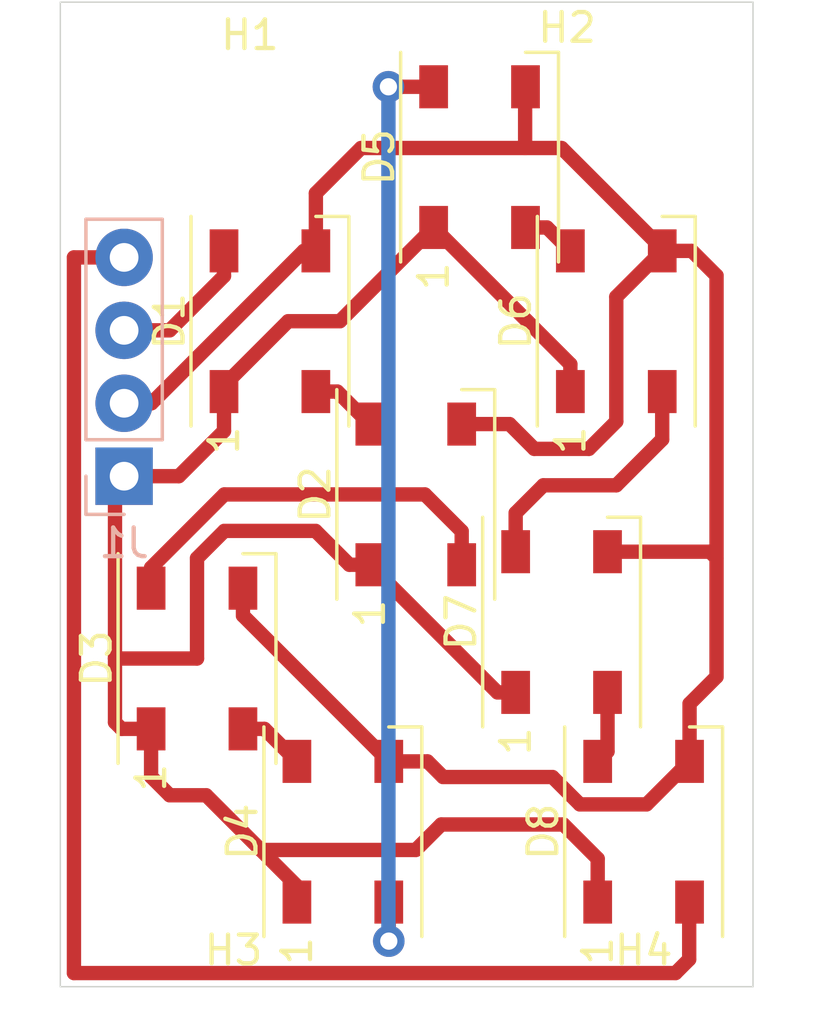
<source format=kicad_pcb>
(kicad_pcb (version 20171130) (host pcbnew "(5.1.8)-1")

  (general
    (thickness 1.6)
    (drawings 9)
    (tracks 98)
    (zones 0)
    (modules 13)
    (nets 12)
  )

  (page A4 portrait)
  (layers
    (0 F.Cu signal)
    (31 B.Cu signal)
    (32 B.Adhes user)
    (33 F.Adhes user)
    (34 B.Paste user)
    (35 F.Paste user)
    (36 B.SilkS user)
    (37 F.SilkS user)
    (38 B.Mask user)
    (39 F.Mask user)
    (40 Dwgs.User user)
    (41 Cmts.User user)
    (42 Eco1.User user)
    (43 Eco2.User user)
    (44 Edge.Cuts user)
    (45 Margin user)
    (46 B.CrtYd user)
    (47 F.CrtYd user)
    (48 B.Fab user)
    (49 F.Fab user)
  )

  (setup
    (last_trace_width 0.5)
    (user_trace_width 0.5)
    (trace_clearance 0.2)
    (zone_clearance 0.508)
    (zone_45_only no)
    (trace_min 0.2)
    (via_size 0.8)
    (via_drill 0.4)
    (via_min_size 0.4)
    (via_min_drill 0.3)
    (user_via 0.9 0.4)
    (user_via 1.1 0.6)
    (uvia_size 0.3)
    (uvia_drill 0.1)
    (uvias_allowed no)
    (uvia_min_size 0.2)
    (uvia_min_drill 0.1)
    (edge_width 0.05)
    (segment_width 0.2)
    (pcb_text_width 0.3)
    (pcb_text_size 1.5 1.5)
    (mod_edge_width 0.12)
    (mod_text_size 1 1)
    (mod_text_width 0.15)
    (pad_size 2 2)
    (pad_drill 1)
    (pad_to_mask_clearance 0)
    (aux_axis_origin 0 0)
    (visible_elements 7FFFFFFF)
    (pcbplotparams
      (layerselection 0x00000_7fffffff)
      (usegerberextensions false)
      (usegerberattributes true)
      (usegerberadvancedattributes true)
      (creategerberjobfile true)
      (excludeedgelayer true)
      (linewidth 0.100000)
      (plotframeref false)
      (viasonmask false)
      (mode 1)
      (useauxorigin false)
      (hpglpennumber 1)
      (hpglpenspeed 20)
      (hpglpendiameter 15.000000)
      (psnegative true)
      (psa4output false)
      (plotreference true)
      (plotvalue true)
      (plotinvisibletext false)
      (padsonsilk false)
      (subtractmaskfromsilk false)
      (outputformat 4)
      (mirror true)
      (drillshape 1)
      (scaleselection 1)
      (outputdirectory "pdf/"))
  )

  (net 0 "")
  (net 1 GND)
  (net 2 /IN)
  (net 3 "Net-(D1-Pad2)")
  (net 4 VCC)
  (net 5 "Net-(D2-Pad2)")
  (net 6 "Net-(D3-Pad2)")
  (net 7 "Net-(D4-Pad2)")
  (net 8 "Net-(D5-Pad2)")
  (net 9 "Net-(D6-Pad2)")
  (net 10 /OUT)
  (net 11 "Net-(D7-Pad2)")

  (net_class Default "This is the default net class."
    (clearance 0.2)
    (trace_width 0.25)
    (via_dia 0.8)
    (via_drill 0.4)
    (uvia_dia 0.3)
    (uvia_drill 0.1)
    (add_net /IN)
    (add_net /OUT)
    (add_net GND)
    (add_net "Net-(D1-Pad2)")
    (add_net "Net-(D2-Pad2)")
    (add_net "Net-(D3-Pad2)")
    (add_net "Net-(D4-Pad2)")
    (add_net "Net-(D5-Pad2)")
    (add_net "Net-(D6-Pad2)")
    (add_net "Net-(D7-Pad2)")
    (add_net VCC)
  )

  (module MountingHole:MountingHole_2.5mm (layer F.Cu) (tedit 56D1B4CB) (tstamp 60907357)
    (at 54.229 56.642)
    (descr "Mounting Hole 2.5mm, no annular")
    (tags "mounting hole 2.5mm no annular")
    (path /60913487)
    (attr virtual)
    (fp_text reference H4 (at 4.191 1.778) (layer F.SilkS)
      (effects (font (size 1 1) (thickness 0.15)))
    )
    (fp_text value MountingHole (at 0 3.5) (layer F.Fab)
      (effects (font (size 1 1) (thickness 0.15)))
    )
    (fp_circle (center 0 0) (end 2.5 0) (layer Cmts.User) (width 0.15))
    (fp_circle (center 0 0) (end 2.75 0) (layer F.CrtYd) (width 0.05))
    (fp_text user %R (at 0.3 0) (layer F.Fab)
      (effects (font (size 1 1) (thickness 0.15)))
    )
    (pad 1 np_thru_hole circle (at 0 0) (size 2.5 2.5) (drill 2.5) (layers *.Cu *.Mask))
  )

  (module MountingHole:MountingHole_2.5mm (layer F.Cu) (tedit 56D1B4CB) (tstamp 6090734F)
    (at 41.148 56.642)
    (descr "Mounting Hole 2.5mm, no annular")
    (tags "mounting hole 2.5mm no annular")
    (path /60912F74)
    (attr virtual)
    (fp_text reference H3 (at 2.9845 1.778) (layer F.SilkS)
      (effects (font (size 1 1) (thickness 0.15)))
    )
    (fp_text value MountingHole (at 0 3.5) (layer F.Fab)
      (effects (font (size 1 1) (thickness 0.15)))
    )
    (fp_circle (center 0 0) (end 2.5 0) (layer Cmts.User) (width 0.15))
    (fp_circle (center 0 0) (end 2.75 0) (layer F.CrtYd) (width 0.05))
    (fp_text user %R (at 0.3 0) (layer F.Fab)
      (effects (font (size 1 1) (thickness 0.15)))
    )
    (pad 1 np_thru_hole circle (at 0 0) (size 2.5 2.5) (drill 2.5) (layers *.Cu *.Mask))
  )

  (module MountingHole:MountingHole_2.5mm (layer F.Cu) (tedit 56D1B4CB) (tstamp 60907347)
    (at 59.182 28.448)
    (descr "Mounting Hole 2.5mm, no annular")
    (tags "mounting hole 2.5mm no annular")
    (path /60912A57)
    (attr virtual)
    (fp_text reference H2 (at -3.429 -2.159) (layer F.SilkS)
      (effects (font (size 1 1) (thickness 0.15)))
    )
    (fp_text value MountingHole (at 0 3.5) (layer F.Fab)
      (effects (font (size 1 1) (thickness 0.15)))
    )
    (fp_circle (center 0 0) (end 2.5 0) (layer Cmts.User) (width 0.15))
    (fp_circle (center 0 0) (end 2.75 0) (layer F.CrtYd) (width 0.05))
    (fp_text user %R (at 0.3 0) (layer F.Fab)
      (effects (font (size 1 1) (thickness 0.15)))
    )
    (pad 1 np_thru_hole circle (at 0 0) (size 2.5 2.5) (drill 2.5) (layers *.Cu *.Mask))
  )

  (module MountingHole:MountingHole_2.5mm (layer F.Cu) (tedit 56D1B4CB) (tstamp 6090733F)
    (at 41.148 28.448)
    (descr "Mounting Hole 2.5mm, no annular")
    (tags "mounting hole 2.5mm no annular")
    (path /60911956)
    (attr virtual)
    (fp_text reference H1 (at 3.556 -1.905) (layer F.SilkS)
      (effects (font (size 1 1) (thickness 0.15)))
    )
    (fp_text value MountingHole (at 0 3.5) (layer F.Fab)
      (effects (font (size 1 1) (thickness 0.15)))
    )
    (fp_circle (center 0 0) (end 2.5 0) (layer Cmts.User) (width 0.15))
    (fp_circle (center 0 0) (end 2.75 0) (layer F.CrtYd) (width 0.05))
    (fp_text user %R (at 0.3 0) (layer F.Fab)
      (effects (font (size 1 1) (thickness 0.15)))
    )
    (pad 1 np_thru_hole circle (at 0 0) (size 2.5 2.5) (drill 2.5) (layers *.Cu *.Mask))
  )

  (module LED_SMD:LED_WS2812B_PLCC4_5.0x5.0mm_P3.2mm (layer F.Cu) (tedit 5AA4B285) (tstamp 60907337)
    (at 58.42 54.2925 90)
    (descr https://cdn-shop.adafruit.com/datasheets/WS2812B.pdf)
    (tags "LED RGB NeoPixel")
    (path /60913C8D)
    (attr smd)
    (fp_text reference D8 (at 0 -3.5 90) (layer F.SilkS)
      (effects (font (size 1 1) (thickness 0.15)))
    )
    (fp_text value WS2812B (at 0 4 90) (layer F.Fab)
      (effects (font (size 1 1) (thickness 0.15)))
    )
    (fp_line (start 3.45 -2.75) (end -3.45 -2.75) (layer F.CrtYd) (width 0.05))
    (fp_line (start 3.45 2.75) (end 3.45 -2.75) (layer F.CrtYd) (width 0.05))
    (fp_line (start -3.45 2.75) (end 3.45 2.75) (layer F.CrtYd) (width 0.05))
    (fp_line (start -3.45 -2.75) (end -3.45 2.75) (layer F.CrtYd) (width 0.05))
    (fp_line (start 2.5 1.5) (end 1.5 2.5) (layer F.Fab) (width 0.1))
    (fp_line (start -2.5 -2.5) (end -2.5 2.5) (layer F.Fab) (width 0.1))
    (fp_line (start -2.5 2.5) (end 2.5 2.5) (layer F.Fab) (width 0.1))
    (fp_line (start 2.5 2.5) (end 2.5 -2.5) (layer F.Fab) (width 0.1))
    (fp_line (start 2.5 -2.5) (end -2.5 -2.5) (layer F.Fab) (width 0.1))
    (fp_line (start -3.65 -2.75) (end 3.65 -2.75) (layer F.SilkS) (width 0.12))
    (fp_line (start -3.65 2.75) (end 3.65 2.75) (layer F.SilkS) (width 0.12))
    (fp_line (start 3.65 2.75) (end 3.65 1.6) (layer F.SilkS) (width 0.12))
    (fp_circle (center 0 0) (end 0 -2) (layer F.Fab) (width 0.1))
    (fp_text user %R (at 0 0 90) (layer F.Fab)
      (effects (font (size 0.8 0.8) (thickness 0.15)))
    )
    (fp_text user 1 (at -4.15 -1.6 90) (layer F.SilkS)
      (effects (font (size 1 1) (thickness 0.15)))
    )
    (pad 1 smd rect (at -2.45 -1.6 90) (size 1.5 1) (layers F.Cu F.Paste F.Mask)
      (net 4 VCC))
    (pad 2 smd rect (at -2.45 1.6 90) (size 1.5 1) (layers F.Cu F.Paste F.Mask)
      (net 10 /OUT))
    (pad 4 smd rect (at 2.45 -1.6 90) (size 1.5 1) (layers F.Cu F.Paste F.Mask)
      (net 11 "Net-(D7-Pad2)"))
    (pad 3 smd rect (at 2.45 1.6 90) (size 1.5 1) (layers F.Cu F.Paste F.Mask)
      (net 1 GND))
    (model ${KISYS3DMOD}/LED_SMD.3dshapes/LED_WS2812B_PLCC4_5.0x5.0mm_P3.2mm.wrl
      (at (xyz 0 0 0))
      (scale (xyz 1 1 1))
      (rotate (xyz 0 0 0))
    )
  )

  (module LED_SMD:LED_WS2812B_PLCC4_5.0x5.0mm_P3.2mm (layer F.Cu) (tedit 5AA4B285) (tstamp 60906B6D)
    (at 45.4025 36.5125 90)
    (descr https://cdn-shop.adafruit.com/datasheets/WS2812B.pdf)
    (tags "LED RGB NeoPixel")
    (path /6090080A)
    (attr smd)
    (fp_text reference D1 (at 0 -3.5 90) (layer F.SilkS)
      (effects (font (size 1 1) (thickness 0.15)))
    )
    (fp_text value WS2812B (at 0 4 90) (layer F.Fab)
      (effects (font (size 1 1) (thickness 0.15)))
    )
    (fp_line (start 3.45 -2.75) (end -3.45 -2.75) (layer F.CrtYd) (width 0.05))
    (fp_line (start 3.45 2.75) (end 3.45 -2.75) (layer F.CrtYd) (width 0.05))
    (fp_line (start -3.45 2.75) (end 3.45 2.75) (layer F.CrtYd) (width 0.05))
    (fp_line (start -3.45 -2.75) (end -3.45 2.75) (layer F.CrtYd) (width 0.05))
    (fp_line (start 2.5 1.5) (end 1.5 2.5) (layer F.Fab) (width 0.1))
    (fp_line (start -2.5 -2.5) (end -2.5 2.5) (layer F.Fab) (width 0.1))
    (fp_line (start -2.5 2.5) (end 2.5 2.5) (layer F.Fab) (width 0.1))
    (fp_line (start 2.5 2.5) (end 2.5 -2.5) (layer F.Fab) (width 0.1))
    (fp_line (start 2.5 -2.5) (end -2.5 -2.5) (layer F.Fab) (width 0.1))
    (fp_line (start -3.65 -2.75) (end 3.65 -2.75) (layer F.SilkS) (width 0.12))
    (fp_line (start -3.65 2.75) (end 3.65 2.75) (layer F.SilkS) (width 0.12))
    (fp_line (start 3.65 2.75) (end 3.65 1.6) (layer F.SilkS) (width 0.12))
    (fp_circle (center 0 0) (end 0 -2) (layer F.Fab) (width 0.1))
    (fp_text user 1 (at -4.15 -1.6 90) (layer F.SilkS)
      (effects (font (size 1 1) (thickness 0.15)))
    )
    (fp_text user %R (at 0 0 90) (layer F.Fab)
      (effects (font (size 0.8 0.8) (thickness 0.15)))
    )
    (pad 3 smd rect (at 2.45 1.6 90) (size 1.5 1) (layers F.Cu F.Paste F.Mask)
      (net 1 GND))
    (pad 4 smd rect (at 2.45 -1.6 90) (size 1.5 1) (layers F.Cu F.Paste F.Mask)
      (net 2 /IN))
    (pad 2 smd rect (at -2.45 1.6 90) (size 1.5 1) (layers F.Cu F.Paste F.Mask)
      (net 3 "Net-(D1-Pad2)"))
    (pad 1 smd rect (at -2.45 -1.6 90) (size 1.5 1) (layers F.Cu F.Paste F.Mask)
      (net 4 VCC))
    (model ${KISYS3DMOD}/LED_SMD.3dshapes/LED_WS2812B_PLCC4_5.0x5.0mm_P3.2mm.wrl
      (at (xyz 0 0 0))
      (scale (xyz 1 1 1))
      (rotate (xyz 0 0 0))
    )
  )

  (module LED_SMD:LED_WS2812B_PLCC4_5.0x5.0mm_P3.2mm (layer F.Cu) (tedit 5AA4B285) (tstamp 60906B84)
    (at 50.4825 42.545 90)
    (descr https://cdn-shop.adafruit.com/datasheets/WS2812B.pdf)
    (tags "LED RGB NeoPixel")
    (path /60901E16)
    (attr smd)
    (fp_text reference D2 (at 0 -3.5 90) (layer F.SilkS)
      (effects (font (size 1 1) (thickness 0.15)))
    )
    (fp_text value WS2812B (at 0 4 90) (layer F.Fab)
      (effects (font (size 1 1) (thickness 0.15)))
    )
    (fp_circle (center 0 0) (end 0 -2) (layer F.Fab) (width 0.1))
    (fp_line (start 3.65 2.75) (end 3.65 1.6) (layer F.SilkS) (width 0.12))
    (fp_line (start -3.65 2.75) (end 3.65 2.75) (layer F.SilkS) (width 0.12))
    (fp_line (start -3.65 -2.75) (end 3.65 -2.75) (layer F.SilkS) (width 0.12))
    (fp_line (start 2.5 -2.5) (end -2.5 -2.5) (layer F.Fab) (width 0.1))
    (fp_line (start 2.5 2.5) (end 2.5 -2.5) (layer F.Fab) (width 0.1))
    (fp_line (start -2.5 2.5) (end 2.5 2.5) (layer F.Fab) (width 0.1))
    (fp_line (start -2.5 -2.5) (end -2.5 2.5) (layer F.Fab) (width 0.1))
    (fp_line (start 2.5 1.5) (end 1.5 2.5) (layer F.Fab) (width 0.1))
    (fp_line (start -3.45 -2.75) (end -3.45 2.75) (layer F.CrtYd) (width 0.05))
    (fp_line (start -3.45 2.75) (end 3.45 2.75) (layer F.CrtYd) (width 0.05))
    (fp_line (start 3.45 2.75) (end 3.45 -2.75) (layer F.CrtYd) (width 0.05))
    (fp_line (start 3.45 -2.75) (end -3.45 -2.75) (layer F.CrtYd) (width 0.05))
    (fp_text user %R (at 0 0 90) (layer F.Fab)
      (effects (font (size 0.8 0.8) (thickness 0.15)))
    )
    (fp_text user 1 (at -4.15 -1.6 90) (layer F.SilkS)
      (effects (font (size 1 1) (thickness 0.15)))
    )
    (pad 1 smd rect (at -2.45 -1.6 90) (size 1.5 1) (layers F.Cu F.Paste F.Mask)
      (net 4 VCC))
    (pad 2 smd rect (at -2.45 1.6 90) (size 1.5 1) (layers F.Cu F.Paste F.Mask)
      (net 5 "Net-(D2-Pad2)"))
    (pad 4 smd rect (at 2.45 -1.6 90) (size 1.5 1) (layers F.Cu F.Paste F.Mask)
      (net 3 "Net-(D1-Pad2)"))
    (pad 3 smd rect (at 2.45 1.6 90) (size 1.5 1) (layers F.Cu F.Paste F.Mask)
      (net 1 GND))
    (model ${KISYS3DMOD}/LED_SMD.3dshapes/LED_WS2812B_PLCC4_5.0x5.0mm_P3.2mm.wrl
      (at (xyz 0 0 0))
      (scale (xyz 1 1 1))
      (rotate (xyz 0 0 0))
    )
  )

  (module LED_SMD:LED_WS2812B_PLCC4_5.0x5.0mm_P3.2mm (layer F.Cu) (tedit 5AA4B285) (tstamp 60906B9B)
    (at 42.8625 48.26 90)
    (descr https://cdn-shop.adafruit.com/datasheets/WS2812B.pdf)
    (tags "LED RGB NeoPixel")
    (path /60902949)
    (attr smd)
    (fp_text reference D3 (at 0 -3.5 90) (layer F.SilkS)
      (effects (font (size 1 1) (thickness 0.15)))
    )
    (fp_text value WS2812B (at 0 4 90) (layer F.Fab)
      (effects (font (size 1 1) (thickness 0.15)))
    )
    (fp_line (start 3.45 -2.75) (end -3.45 -2.75) (layer F.CrtYd) (width 0.05))
    (fp_line (start 3.45 2.75) (end 3.45 -2.75) (layer F.CrtYd) (width 0.05))
    (fp_line (start -3.45 2.75) (end 3.45 2.75) (layer F.CrtYd) (width 0.05))
    (fp_line (start -3.45 -2.75) (end -3.45 2.75) (layer F.CrtYd) (width 0.05))
    (fp_line (start 2.5 1.5) (end 1.5 2.5) (layer F.Fab) (width 0.1))
    (fp_line (start -2.5 -2.5) (end -2.5 2.5) (layer F.Fab) (width 0.1))
    (fp_line (start -2.5 2.5) (end 2.5 2.5) (layer F.Fab) (width 0.1))
    (fp_line (start 2.5 2.5) (end 2.5 -2.5) (layer F.Fab) (width 0.1))
    (fp_line (start 2.5 -2.5) (end -2.5 -2.5) (layer F.Fab) (width 0.1))
    (fp_line (start -3.65 -2.75) (end 3.65 -2.75) (layer F.SilkS) (width 0.12))
    (fp_line (start -3.65 2.75) (end 3.65 2.75) (layer F.SilkS) (width 0.12))
    (fp_line (start 3.65 2.75) (end 3.65 1.6) (layer F.SilkS) (width 0.12))
    (fp_circle (center 0 0) (end 0 -2) (layer F.Fab) (width 0.1))
    (fp_text user 1 (at -4.15 -1.6 90) (layer F.SilkS)
      (effects (font (size 1 1) (thickness 0.15)))
    )
    (fp_text user %R (at 0 0 90) (layer F.Fab)
      (effects (font (size 0.8 0.8) (thickness 0.15)))
    )
    (pad 3 smd rect (at 2.45 1.6 90) (size 1.5 1) (layers F.Cu F.Paste F.Mask)
      (net 1 GND))
    (pad 4 smd rect (at 2.45 -1.6 90) (size 1.5 1) (layers F.Cu F.Paste F.Mask)
      (net 5 "Net-(D2-Pad2)"))
    (pad 2 smd rect (at -2.45 1.6 90) (size 1.5 1) (layers F.Cu F.Paste F.Mask)
      (net 6 "Net-(D3-Pad2)"))
    (pad 1 smd rect (at -2.45 -1.6 90) (size 1.5 1) (layers F.Cu F.Paste F.Mask)
      (net 4 VCC))
    (model ${KISYS3DMOD}/LED_SMD.3dshapes/LED_WS2812B_PLCC4_5.0x5.0mm_P3.2mm.wrl
      (at (xyz 0 0 0))
      (scale (xyz 1 1 1))
      (rotate (xyz 0 0 0))
    )
  )

  (module LED_SMD:LED_WS2812B_PLCC4_5.0x5.0mm_P3.2mm (layer F.Cu) (tedit 5AA4B285) (tstamp 60906BB2)
    (at 47.9425 54.2925 90)
    (descr https://cdn-shop.adafruit.com/datasheets/WS2812B.pdf)
    (tags "LED RGB NeoPixel")
    (path /60903985)
    (attr smd)
    (fp_text reference D4 (at 0 -3.5 90) (layer F.SilkS)
      (effects (font (size 1 1) (thickness 0.15)))
    )
    (fp_text value WS2812B (at 0 4 90) (layer F.Fab)
      (effects (font (size 1 1) (thickness 0.15)))
    )
    (fp_circle (center 0 0) (end 0 -2) (layer F.Fab) (width 0.1))
    (fp_line (start 3.65 2.75) (end 3.65 1.6) (layer F.SilkS) (width 0.12))
    (fp_line (start -3.65 2.75) (end 3.65 2.75) (layer F.SilkS) (width 0.12))
    (fp_line (start -3.65 -2.75) (end 3.65 -2.75) (layer F.SilkS) (width 0.12))
    (fp_line (start 2.5 -2.5) (end -2.5 -2.5) (layer F.Fab) (width 0.1))
    (fp_line (start 2.5 2.5) (end 2.5 -2.5) (layer F.Fab) (width 0.1))
    (fp_line (start -2.5 2.5) (end 2.5 2.5) (layer F.Fab) (width 0.1))
    (fp_line (start -2.5 -2.5) (end -2.5 2.5) (layer F.Fab) (width 0.1))
    (fp_line (start 2.5 1.5) (end 1.5 2.5) (layer F.Fab) (width 0.1))
    (fp_line (start -3.45 -2.75) (end -3.45 2.75) (layer F.CrtYd) (width 0.05))
    (fp_line (start -3.45 2.75) (end 3.45 2.75) (layer F.CrtYd) (width 0.05))
    (fp_line (start 3.45 2.75) (end 3.45 -2.75) (layer F.CrtYd) (width 0.05))
    (fp_line (start 3.45 -2.75) (end -3.45 -2.75) (layer F.CrtYd) (width 0.05))
    (fp_text user %R (at 0 0 90) (layer F.Fab)
      (effects (font (size 0.8 0.8) (thickness 0.15)))
    )
    (fp_text user 1 (at -4.15 -1.6 90) (layer F.SilkS)
      (effects (font (size 1 1) (thickness 0.15)))
    )
    (pad 1 smd rect (at -2.45 -1.6 90) (size 1.5 1) (layers F.Cu F.Paste F.Mask)
      (net 4 VCC))
    (pad 2 smd rect (at -2.45 1.6 90) (size 1.5 1) (layers F.Cu F.Paste F.Mask)
      (net 7 "Net-(D4-Pad2)"))
    (pad 4 smd rect (at 2.45 -1.6 90) (size 1.5 1) (layers F.Cu F.Paste F.Mask)
      (net 6 "Net-(D3-Pad2)"))
    (pad 3 smd rect (at 2.45 1.6 90) (size 1.5 1) (layers F.Cu F.Paste F.Mask)
      (net 1 GND))
    (model ${KISYS3DMOD}/LED_SMD.3dshapes/LED_WS2812B_PLCC4_5.0x5.0mm_P3.2mm.wrl
      (at (xyz 0 0 0))
      (scale (xyz 1 1 1))
      (rotate (xyz 0 0 0))
    )
  )

  (module LED_SMD:LED_WS2812B_PLCC4_5.0x5.0mm_P3.2mm (layer F.Cu) (tedit 5AA4B285) (tstamp 60906BC9)
    (at 52.705 30.7975 90)
    (descr https://cdn-shop.adafruit.com/datasheets/WS2812B.pdf)
    (tags "LED RGB NeoPixel")
    (path /6090425B)
    (attr smd)
    (fp_text reference D5 (at 0 -3.5 90) (layer F.SilkS)
      (effects (font (size 1 1) (thickness 0.15)))
    )
    (fp_text value WS2812B (at 0 4 90) (layer F.Fab)
      (effects (font (size 1 1) (thickness 0.15)))
    )
    (fp_line (start 3.45 -2.75) (end -3.45 -2.75) (layer F.CrtYd) (width 0.05))
    (fp_line (start 3.45 2.75) (end 3.45 -2.75) (layer F.CrtYd) (width 0.05))
    (fp_line (start -3.45 2.75) (end 3.45 2.75) (layer F.CrtYd) (width 0.05))
    (fp_line (start -3.45 -2.75) (end -3.45 2.75) (layer F.CrtYd) (width 0.05))
    (fp_line (start 2.5 1.5) (end 1.5 2.5) (layer F.Fab) (width 0.1))
    (fp_line (start -2.5 -2.5) (end -2.5 2.5) (layer F.Fab) (width 0.1))
    (fp_line (start -2.5 2.5) (end 2.5 2.5) (layer F.Fab) (width 0.1))
    (fp_line (start 2.5 2.5) (end 2.5 -2.5) (layer F.Fab) (width 0.1))
    (fp_line (start 2.5 -2.5) (end -2.5 -2.5) (layer F.Fab) (width 0.1))
    (fp_line (start -3.65 -2.75) (end 3.65 -2.75) (layer F.SilkS) (width 0.12))
    (fp_line (start -3.65 2.75) (end 3.65 2.75) (layer F.SilkS) (width 0.12))
    (fp_line (start 3.65 2.75) (end 3.65 1.6) (layer F.SilkS) (width 0.12))
    (fp_circle (center 0 0) (end 0 -2) (layer F.Fab) (width 0.1))
    (fp_text user 1 (at -4.15 -1.6 90) (layer F.SilkS)
      (effects (font (size 1 1) (thickness 0.15)))
    )
    (fp_text user %R (at 0 0 90) (layer F.Fab)
      (effects (font (size 0.8 0.8) (thickness 0.15)))
    )
    (pad 3 smd rect (at 2.45 1.6 90) (size 1.5 1) (layers F.Cu F.Paste F.Mask)
      (net 1 GND))
    (pad 4 smd rect (at 2.45 -1.6 90) (size 1.5 1) (layers F.Cu F.Paste F.Mask)
      (net 7 "Net-(D4-Pad2)"))
    (pad 2 smd rect (at -2.45 1.6 90) (size 1.5 1) (layers F.Cu F.Paste F.Mask)
      (net 8 "Net-(D5-Pad2)"))
    (pad 1 smd rect (at -2.45 -1.6 90) (size 1.5 1) (layers F.Cu F.Paste F.Mask)
      (net 4 VCC))
    (model ${KISYS3DMOD}/LED_SMD.3dshapes/LED_WS2812B_PLCC4_5.0x5.0mm_P3.2mm.wrl
      (at (xyz 0 0 0))
      (scale (xyz 1 1 1))
      (rotate (xyz 0 0 0))
    )
  )

  (module LED_SMD:LED_WS2812B_PLCC4_5.0x5.0mm_P3.2mm (layer F.Cu) (tedit 5AA4B285) (tstamp 60906BE0)
    (at 57.4675 36.5125 90)
    (descr https://cdn-shop.adafruit.com/datasheets/WS2812B.pdf)
    (tags "LED RGB NeoPixel")
    (path /609048E8)
    (attr smd)
    (fp_text reference D6 (at 0 -3.5 90) (layer F.SilkS)
      (effects (font (size 1 1) (thickness 0.15)))
    )
    (fp_text value WS2812B (at 0 4 90) (layer F.Fab)
      (effects (font (size 1 1) (thickness 0.15)))
    )
    (fp_circle (center 0 0) (end 0 -2) (layer F.Fab) (width 0.1))
    (fp_line (start 3.65 2.75) (end 3.65 1.6) (layer F.SilkS) (width 0.12))
    (fp_line (start -3.65 2.75) (end 3.65 2.75) (layer F.SilkS) (width 0.12))
    (fp_line (start -3.65 -2.75) (end 3.65 -2.75) (layer F.SilkS) (width 0.12))
    (fp_line (start 2.5 -2.5) (end -2.5 -2.5) (layer F.Fab) (width 0.1))
    (fp_line (start 2.5 2.5) (end 2.5 -2.5) (layer F.Fab) (width 0.1))
    (fp_line (start -2.5 2.5) (end 2.5 2.5) (layer F.Fab) (width 0.1))
    (fp_line (start -2.5 -2.5) (end -2.5 2.5) (layer F.Fab) (width 0.1))
    (fp_line (start 2.5 1.5) (end 1.5 2.5) (layer F.Fab) (width 0.1))
    (fp_line (start -3.45 -2.75) (end -3.45 2.75) (layer F.CrtYd) (width 0.05))
    (fp_line (start -3.45 2.75) (end 3.45 2.75) (layer F.CrtYd) (width 0.05))
    (fp_line (start 3.45 2.75) (end 3.45 -2.75) (layer F.CrtYd) (width 0.05))
    (fp_line (start 3.45 -2.75) (end -3.45 -2.75) (layer F.CrtYd) (width 0.05))
    (fp_text user %R (at 0 0 90) (layer F.Fab)
      (effects (font (size 0.8 0.8) (thickness 0.15)))
    )
    (fp_text user 1 (at -4.15 -1.6 90) (layer F.SilkS)
      (effects (font (size 1 1) (thickness 0.15)))
    )
    (pad 1 smd rect (at -2.45 -1.6 90) (size 1.5 1) (layers F.Cu F.Paste F.Mask)
      (net 4 VCC))
    (pad 2 smd rect (at -2.45 1.6 90) (size 1.5 1) (layers F.Cu F.Paste F.Mask)
      (net 9 "Net-(D6-Pad2)"))
    (pad 4 smd rect (at 2.45 -1.6 90) (size 1.5 1) (layers F.Cu F.Paste F.Mask)
      (net 8 "Net-(D5-Pad2)"))
    (pad 3 smd rect (at 2.45 1.6 90) (size 1.5 1) (layers F.Cu F.Paste F.Mask)
      (net 1 GND))
    (model ${KISYS3DMOD}/LED_SMD.3dshapes/LED_WS2812B_PLCC4_5.0x5.0mm_P3.2mm.wrl
      (at (xyz 0 0 0))
      (scale (xyz 1 1 1))
      (rotate (xyz 0 0 0))
    )
  )

  (module LED_SMD:LED_WS2812B_PLCC4_5.0x5.0mm_P3.2mm (layer F.Cu) (tedit 5AA4B285) (tstamp 60906BF7)
    (at 55.5625 46.99 90)
    (descr https://cdn-shop.adafruit.com/datasheets/WS2812B.pdf)
    (tags "LED RGB NeoPixel")
    (path /60904D9E)
    (attr smd)
    (fp_text reference D7 (at 0 -3.5 90) (layer F.SilkS)
      (effects (font (size 1 1) (thickness 0.15)))
    )
    (fp_text value WS2812B (at 0 4 90) (layer F.Fab)
      (effects (font (size 1 1) (thickness 0.15)))
    )
    (fp_line (start 3.45 -2.75) (end -3.45 -2.75) (layer F.CrtYd) (width 0.05))
    (fp_line (start 3.45 2.75) (end 3.45 -2.75) (layer F.CrtYd) (width 0.05))
    (fp_line (start -3.45 2.75) (end 3.45 2.75) (layer F.CrtYd) (width 0.05))
    (fp_line (start -3.45 -2.75) (end -3.45 2.75) (layer F.CrtYd) (width 0.05))
    (fp_line (start 2.5 1.5) (end 1.5 2.5) (layer F.Fab) (width 0.1))
    (fp_line (start -2.5 -2.5) (end -2.5 2.5) (layer F.Fab) (width 0.1))
    (fp_line (start -2.5 2.5) (end 2.5 2.5) (layer F.Fab) (width 0.1))
    (fp_line (start 2.5 2.5) (end 2.5 -2.5) (layer F.Fab) (width 0.1))
    (fp_line (start 2.5 -2.5) (end -2.5 -2.5) (layer F.Fab) (width 0.1))
    (fp_line (start -3.65 -2.75) (end 3.65 -2.75) (layer F.SilkS) (width 0.12))
    (fp_line (start -3.65 2.75) (end 3.65 2.75) (layer F.SilkS) (width 0.12))
    (fp_line (start 3.65 2.75) (end 3.65 1.6) (layer F.SilkS) (width 0.12))
    (fp_circle (center 0 0) (end 0 -2) (layer F.Fab) (width 0.1))
    (fp_text user 1 (at -4.15 -1.6 90) (layer F.SilkS)
      (effects (font (size 1 1) (thickness 0.15)))
    )
    (fp_text user %R (at 0 0 90) (layer F.Fab)
      (effects (font (size 0.8 0.8) (thickness 0.15)))
    )
    (pad 3 smd rect (at 2.45 1.6 90) (size 1.5 1) (layers F.Cu F.Paste F.Mask)
      (net 1 GND))
    (pad 4 smd rect (at 2.45 -1.6 90) (size 1.5 1) (layers F.Cu F.Paste F.Mask)
      (net 9 "Net-(D6-Pad2)"))
    (pad 2 smd rect (at -2.45 1.6 90) (size 1.5 1) (layers F.Cu F.Paste F.Mask)
      (net 11 "Net-(D7-Pad2)"))
    (pad 1 smd rect (at -2.45 -1.6 90) (size 1.5 1) (layers F.Cu F.Paste F.Mask)
      (net 4 VCC))
    (model ${KISYS3DMOD}/LED_SMD.3dshapes/LED_WS2812B_PLCC4_5.0x5.0mm_P3.2mm.wrl
      (at (xyz 0 0 0))
      (scale (xyz 1 1 1))
      (rotate (xyz 0 0 0))
    )
  )

  (module Connector_PinHeader_2.54mm:PinHeader_1x04_P2.54mm_Vertical (layer B.Cu) (tedit 609016A0) (tstamp 60906C0F)
    (at 40.3225 41.91)
    (descr "Through hole straight pin header, 1x04, 2.54mm pitch, single row")
    (tags "Through hole pin header THT 1x04 2.54mm single row")
    (path /6090910A)
    (fp_text reference J1 (at 0 2.33 180) (layer B.SilkS)
      (effects (font (size 1 1) (thickness 0.15)) (justify mirror))
    )
    (fp_text value Conn_01x04_Male (at -3.175 -2.54 270) (layer B.Fab)
      (effects (font (size 1 1) (thickness 0.15)) (justify mirror))
    )
    (fp_line (start -0.635 1.27) (end 1.27 1.27) (layer B.Fab) (width 0.1))
    (fp_line (start 1.27 1.27) (end 1.27 -8.89) (layer B.Fab) (width 0.1))
    (fp_line (start 1.27 -8.89) (end -1.27 -8.89) (layer B.Fab) (width 0.1))
    (fp_line (start -1.27 -8.89) (end -1.27 0.635) (layer B.Fab) (width 0.1))
    (fp_line (start -1.27 0.635) (end -0.635 1.27) (layer B.Fab) (width 0.1))
    (fp_line (start -1.33 -8.95) (end 1.33 -8.95) (layer B.SilkS) (width 0.12))
    (fp_line (start -1.33 -1.27) (end -1.33 -8.95) (layer B.SilkS) (width 0.12))
    (fp_line (start 1.33 -1.27) (end 1.33 -8.95) (layer B.SilkS) (width 0.12))
    (fp_line (start -1.33 -1.27) (end 1.33 -1.27) (layer B.SilkS) (width 0.12))
    (fp_line (start -1.33 0) (end -1.33 1.33) (layer B.SilkS) (width 0.12))
    (fp_line (start -1.33 1.33) (end 0 1.33) (layer B.SilkS) (width 0.12))
    (fp_line (start -1.8 1.8) (end -1.8 -9.4) (layer B.CrtYd) (width 0.05))
    (fp_line (start -1.8 -9.4) (end 1.8 -9.4) (layer B.CrtYd) (width 0.05))
    (fp_line (start 1.8 -9.4) (end 1.8 1.8) (layer B.CrtYd) (width 0.05))
    (fp_line (start 1.8 1.8) (end -1.8 1.8) (layer B.CrtYd) (width 0.05))
    (fp_text user %R (at 0 -3.81 -270) (layer B.Fab)
      (effects (font (size 1 1) (thickness 0.15)) (justify mirror))
    )
    (pad 1 thru_hole rect (at 0 0) (size 2 2) (drill 1) (layers *.Cu *.Mask)
      (net 4 VCC))
    (pad 2 thru_hole oval (at 0 -2.54) (size 2 2) (drill 1) (layers *.Cu *.Mask)
      (net 1 GND))
    (pad 3 thru_hole oval (at 0 -5.08) (size 2 2) (drill 1) (layers *.Cu *.Mask)
      (net 2 /IN))
    (pad 4 thru_hole oval (at 0 -7.62) (size 2 2) (drill 1) (layers *.Cu *.Mask)
      (net 10 /OUT))
    (model ${KISYS3DMOD}/Connector_PinHeader_2.54mm.3dshapes/PinHeader_1x04_P2.54mm_Vertical.wrl
      (at (xyz 0 0 0))
      (scale (xyz 1 1 1))
      (rotate (xyz 0 0 0))
    )
  )

  (gr_line (start 59.69 25.4) (end 52.705 59.69) (layer Dwgs.User) (width 0.15))
  (gr_line (start 40.64 59.69) (end 47.625 25.4) (layer Dwgs.User) (width 0.15))
  (gr_line (start 38.1 42.545) (end 62.23 42.545) (layer Dwgs.User) (width 0.15) (tstamp 60907002))
  (gr_line (start 38.1 30.861) (end 62.23 30.861) (layer Dwgs.User) (width 0.15) (tstamp 60906FF7))
  (gr_line (start 38.1 54.229) (end 62.23 54.229) (layer Dwgs.User) (width 0.15))
  (gr_line (start 38.1 59.69) (end 38.1 25.4) (layer Edge.Cuts) (width 0.05) (tstamp 60906E25))
  (gr_line (start 62.23 59.69) (end 38.1 59.69) (layer Edge.Cuts) (width 0.05))
  (gr_line (start 62.23 25.4) (end 62.23 59.69) (layer Edge.Cuts) (width 0.05))
  (gr_line (start 38.1 25.4) (end 62.23 25.4) (layer Edge.Cuts) (width 0.05))

  (segment (start 41.275 39.37) (end 40.005 39.37) (width 0.5) (layer F.Cu) (net 1))
  (segment (start 46.5825 34.0625) (end 41.275 39.37) (width 0.5) (layer F.Cu) (net 1))
  (segment (start 47.0025 34.0625) (end 46.5825 34.0625) (width 0.5) (layer F.Cu) (net 1))
  (segment (start 47.0025 34.0625) (end 47.0025 32.055) (width 0.5) (layer F.Cu) (net 1))
  (segment (start 47.0025 32.055) (end 48.5775 30.48) (width 0.5) (layer F.Cu) (net 1))
  (segment (start 48.5775 30.48) (end 54.2925 30.48) (width 0.5) (layer F.Cu) (net 1))
  (segment (start 54.2925 28.36) (end 54.305 28.3475) (width 0.5) (layer F.Cu) (net 1))
  (segment (start 54.2925 30.48) (end 54.2925 28.36) (width 0.5) (layer F.Cu) (net 1))
  (segment (start 54.2925 30.48) (end 55.5625 30.48) (width 0.5) (layer F.Cu) (net 1))
  (segment (start 59.0675 33.985) (end 59.0675 34.0625) (width 0.5) (layer F.Cu) (net 1))
  (segment (start 55.5625 30.48) (end 59.0675 33.985) (width 0.5) (layer F.Cu) (net 1))
  (segment (start 59.0675 34.0625) (end 60.0975 34.0625) (width 0.5) (layer F.Cu) (net 1))
  (segment (start 60.0975 34.0625) (end 60.96 34.925) (width 0.5) (layer F.Cu) (net 1))
  (segment (start 60.02 49.835) (end 60.02 51.8425) (width 0.5) (layer F.Cu) (net 1))
  (segment (start 60.96 48.895) (end 60.02 49.835) (width 0.5) (layer F.Cu) (net 1))
  (segment (start 60.7325 44.54) (end 60.96 44.7675) (width 0.5) (layer F.Cu) (net 1))
  (segment (start 57.1625 44.54) (end 60.7325 44.54) (width 0.5) (layer F.Cu) (net 1))
  (segment (start 60.96 44.7675) (end 60.96 48.895) (width 0.5) (layer F.Cu) (net 1))
  (segment (start 60.96 34.925) (end 60.96 44.7675) (width 0.5) (layer F.Cu) (net 1))
  (segment (start 52.0825 40.095) (end 53.7475 40.095) (width 0.5) (layer F.Cu) (net 1))
  (segment (start 53.7475 40.095) (end 54.61 40.9575) (width 0.5) (layer F.Cu) (net 1))
  (segment (start 54.61 40.9575) (end 56.515 40.9575) (width 0.5) (layer F.Cu) (net 1))
  (segment (start 56.515 40.9575) (end 57.4675 40.005) (width 0.5) (layer F.Cu) (net 1))
  (segment (start 57.4675 35.6625) (end 59.0675 34.0625) (width 0.5) (layer F.Cu) (net 1))
  (segment (start 57.4675 40.005) (end 57.4675 35.6625) (width 0.5) (layer F.Cu) (net 1))
  (segment (start 44.4625 46.7625) (end 49.5425 51.8425) (width 0.5) (layer F.Cu) (net 1))
  (segment (start 44.4625 45.81) (end 44.4625 46.7625) (width 0.5) (layer F.Cu) (net 1))
  (segment (start 50.89 51.8425) (end 49.5425 51.8425) (width 0.5) (layer F.Cu) (net 1))
  (segment (start 51.435 52.3875) (end 50.89 51.8425) (width 0.5) (layer F.Cu) (net 1))
  (segment (start 55.245 52.3875) (end 51.435 52.3875) (width 0.5) (layer F.Cu) (net 1))
  (segment (start 56.1975 53.34) (end 55.245 52.3875) (width 0.5) (layer F.Cu) (net 1))
  (segment (start 58.5225 53.34) (end 56.1975 53.34) (width 0.5) (layer F.Cu) (net 1))
  (segment (start 60.02 51.8425) (end 58.5225 53.34) (width 0.5) (layer F.Cu) (net 1))
  (segment (start 43.8025 34.0625) (end 43.8025 34.9375) (width 0.5) (layer F.Cu) (net 2))
  (segment (start 41.91 36.83) (end 40.005 36.83) (width 0.5) (layer F.Cu) (net 2))
  (segment (start 43.8025 34.9375) (end 41.91 36.83) (width 0.5) (layer F.Cu) (net 2))
  (segment (start 47.75 38.9625) (end 48.8825 40.095) (width 0.5) (layer F.Cu) (net 3))
  (segment (start 47.0025 38.9625) (end 47.75 38.9625) (width 0.5) (layer F.Cu) (net 3))
  (segment (start 43.8025 38.9625) (end 43.8025 40.335) (width 0.5) (layer F.Cu) (net 4))
  (segment (start 42.2275 41.91) (end 40.005 41.91) (width 0.5) (layer F.Cu) (net 4))
  (segment (start 43.8025 40.335) (end 42.2275 41.91) (width 0.5) (layer F.Cu) (net 4))
  (segment (start 55.8675 38.01) (end 51.105 33.2475) (width 0.5) (layer F.Cu) (net 4))
  (segment (start 55.8675 38.9625) (end 55.8675 38.01) (width 0.5) (layer F.Cu) (net 4))
  (segment (start 43.8025 38.9625) (end 43.8025 38.7475) (width 0.5) (layer F.Cu) (net 4))
  (segment (start 43.8025 38.7475) (end 46.0375 36.5125) (width 0.5) (layer F.Cu) (net 4))
  (segment (start 47.84 36.5125) (end 51.105 33.2475) (width 0.5) (layer F.Cu) (net 4))
  (segment (start 46.0375 36.5125) (end 47.84 36.5125) (width 0.5) (layer F.Cu) (net 4))
  (segment (start 53.3275 49.44) (end 48.8825 44.995) (width 0.5) (layer F.Cu) (net 4))
  (segment (start 53.9625 49.44) (end 53.3275 49.44) (width 0.5) (layer F.Cu) (net 4))
  (segment (start 40.2325 50.71) (end 41.2625 50.71) (width 0.5) (layer F.Cu) (net 4))
  (segment (start 40.005 50.4825) (end 40.2325 50.71) (width 0.5) (layer F.Cu) (net 4))
  (segment (start 41.2625 50.71) (end 41.2625 52.375) (width 0.5) (layer F.Cu) (net 4))
  (segment (start 41.2625 52.375) (end 41.91 53.0225) (width 0.5) (layer F.Cu) (net 4))
  (segment (start 41.91 53.0225) (end 43.18 53.0225) (width 0.5) (layer F.Cu) (net 4))
  (segment (start 46.3425 56.185) (end 46.3425 56.7425) (width 0.5) (layer F.Cu) (net 4))
  (segment (start 43.18 53.0225) (end 45.085 54.9275) (width 0.5) (layer F.Cu) (net 4))
  (segment (start 45.085 54.9275) (end 46.3425 56.185) (width 0.5) (layer F.Cu) (net 4))
  (segment (start 40.005 48.26) (end 42.8625 48.26) (width 0.5) (layer F.Cu) (net 4))
  (segment (start 40.005 41.91) (end 40.005 48.26) (width 0.5) (layer F.Cu) (net 4))
  (segment (start 40.005 48.26) (end 40.005 50.4825) (width 0.5) (layer F.Cu) (net 4))
  (segment (start 42.8625 48.26) (end 42.8625 44.7675) (width 0.5) (layer F.Cu) (net 4))
  (segment (start 42.8625 44.7675) (end 43.815 43.815) (width 0.5) (layer F.Cu) (net 4))
  (segment (start 43.815 43.815) (end 46.99 43.815) (width 0.5) (layer F.Cu) (net 4))
  (segment (start 48.17 44.995) (end 48.8825 44.995) (width 0.5) (layer F.Cu) (net 4))
  (segment (start 46.99 43.815) (end 48.17 44.995) (width 0.5) (layer F.Cu) (net 4))
  (segment (start 56.82 55.2325) (end 56.82 56.7425) (width 0.5) (layer F.Cu) (net 4))
  (segment (start 55.62751 54.04001) (end 56.82 55.2325) (width 0.5) (layer F.Cu) (net 4))
  (segment (start 51.36999 54.04001) (end 55.62751 54.04001) (width 0.5) (layer F.Cu) (net 4))
  (segment (start 50.4825 54.9275) (end 51.36999 54.04001) (width 0.5) (layer F.Cu) (net 4))
  (segment (start 45.085 54.9275) (end 50.4825 54.9275) (width 0.5) (layer F.Cu) (net 4))
  (segment (start 52.0825 43.8275) (end 52.0825 44.995) (width 0.5) (layer F.Cu) (net 5))
  (segment (start 50.8 42.545) (end 52.0825 43.8275) (width 0.5) (layer F.Cu) (net 5))
  (segment (start 43.815 42.545) (end 50.8 42.545) (width 0.5) (layer F.Cu) (net 5))
  (segment (start 41.2625 45.0975) (end 43.815 42.545) (width 0.5) (layer F.Cu) (net 5))
  (segment (start 41.2625 45.81) (end 41.2625 45.0975) (width 0.5) (layer F.Cu) (net 5))
  (segment (start 45.21 50.71) (end 46.3425 51.8425) (width 0.5) (layer F.Cu) (net 6))
  (segment (start 44.4625 50.71) (end 45.21 50.71) (width 0.5) (layer F.Cu) (net 6))
  (via (at 49.5425 58.1025) (size 1.1) (drill 0.6) (layers F.Cu B.Cu) (net 7))
  (via (at 49.53 28.3475) (size 1.1) (drill 0.6) (layers F.Cu B.Cu) (net 7))
  (segment (start 49.53 28.3475) (end 51.105 28.3475) (width 0.5) (layer F.Cu) (net 7))
  (segment (start 49.53 28.3475) (end 49.53 58.1025) (width 0.5) (layer B.Cu) (net 7))
  (segment (start 49.5425 56.7425) (end 49.5425 58.1025) (width 0.5) (layer F.Cu) (net 7))
  (segment (start 55.0525 33.2475) (end 55.8675 34.0625) (width 0.5) (layer F.Cu) (net 8))
  (segment (start 54.305 33.2475) (end 55.0525 33.2475) (width 0.5) (layer F.Cu) (net 8))
  (segment (start 53.9625 43.1925) (end 53.9625 44.54) (width 0.5) (layer F.Cu) (net 9))
  (segment (start 54.9275 42.2275) (end 53.9625 43.1925) (width 0.5) (layer F.Cu) (net 9))
  (segment (start 59.0675 40.6275) (end 57.4675 42.2275) (width 0.5) (layer F.Cu) (net 9))
  (segment (start 57.4675 42.2275) (end 54.9275 42.2275) (width 0.5) (layer F.Cu) (net 9))
  (segment (start 59.0675 38.9625) (end 59.0675 40.6275) (width 0.5) (layer F.Cu) (net 9))
  (segment (start 60.0075 58.7375) (end 60.0075 56.755) (width 0.5) (layer F.Cu) (net 10))
  (segment (start 59.53001 59.21499) (end 60.0075 58.7375) (width 0.5) (layer F.Cu) (net 10))
  (segment (start 38.57749 59.21499) (end 59.53001 59.21499) (width 0.5) (layer F.Cu) (net 10))
  (segment (start 38.57501 59.21251) (end 38.57749 59.21499) (width 0.5) (layer F.Cu) (net 10))
  (segment (start 60.0075 56.755) (end 60.02 56.7425) (width 0.5) (layer F.Cu) (net 10))
  (segment (start 38.57501 34.29) (end 38.57501 59.21251) (width 0.5) (layer F.Cu) (net 10))
  (segment (start 40.005 34.29) (end 38.57501 34.29) (width 0.5) (layer F.Cu) (net 10))
  (segment (start 57.1625 51.5) (end 56.82 51.8425) (width 0.5) (layer F.Cu) (net 11))
  (segment (start 57.1625 49.44) (end 57.1625 51.5) (width 0.5) (layer F.Cu) (net 11))

)

</source>
